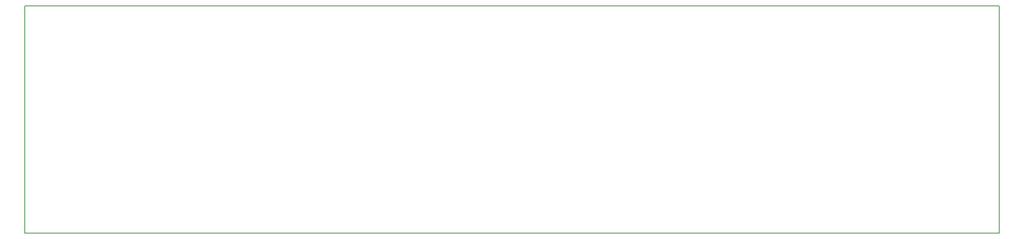
<source format=gbr>
G04 #@! TF.GenerationSoftware,KiCad,Pcbnew,(5.0.0)*
G04 #@! TF.CreationDate,2018-12-18T17:35:58+02:00*
G04 #@! TF.ProjectId,The_light,5468655F6C696768742E6B696361645F,rev?*
G04 #@! TF.SameCoordinates,Original*
G04 #@! TF.FileFunction,Profile,NP*
%FSLAX46Y46*%
G04 Gerber Fmt 4.6, Leading zero omitted, Abs format (unit mm)*
G04 Created by KiCad (PCBNEW (5.0.0)) date 12/18/18 17:35:58*
%MOMM*%
%LPD*%
G01*
G04 APERTURE LIST*
%ADD10C,0.150000*%
G04 APERTURE END LIST*
D10*
X232000000Y-25000000D02*
X232000000Y-26000000D01*
X22000000Y-25000000D02*
X232000000Y-25000000D01*
X232000000Y-38000000D02*
X232000000Y-26000000D01*
X232000000Y-74000000D02*
X232000000Y-38000000D01*
X22000000Y-74000000D02*
X232000000Y-74000000D01*
X22000000Y-25000000D02*
X22000000Y-74000000D01*
M02*

</source>
